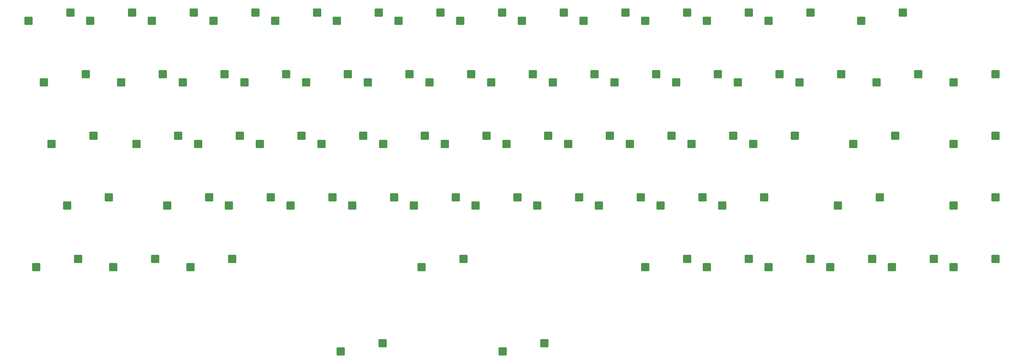
<source format=gbr>
%TF.GenerationSoftware,KiCad,Pcbnew,(6.0.5)*%
%TF.CreationDate,2022-05-31T00:14:22-04:00*%
%TF.ProjectId,pico_keyboard_v1,7069636f-5f6b-4657-9962-6f6172645f76,rev?*%
%TF.SameCoordinates,Original*%
%TF.FileFunction,Paste,Bot*%
%TF.FilePolarity,Positive*%
%FSLAX46Y46*%
G04 Gerber Fmt 4.6, Leading zero omitted, Abs format (unit mm)*
G04 Created by KiCad (PCBNEW (6.0.5)) date 2022-05-31 00:14:22*
%MOMM*%
%LPD*%
G01*
G04 APERTURE LIST*
G04 Aperture macros list*
%AMRoundRect*
0 Rectangle with rounded corners*
0 $1 Rounding radius*
0 $2 $3 $4 $5 $6 $7 $8 $9 X,Y pos of 4 corners*
0 Add a 4 corners polygon primitive as box body*
4,1,4,$2,$3,$4,$5,$6,$7,$8,$9,$2,$3,0*
0 Add four circle primitives for the rounded corners*
1,1,$1+$1,$2,$3*
1,1,$1+$1,$4,$5*
1,1,$1+$1,$6,$7*
1,1,$1+$1,$8,$9*
0 Add four rect primitives between the rounded corners*
20,1,$1+$1,$2,$3,$4,$5,0*
20,1,$1+$1,$4,$5,$6,$7,0*
20,1,$1+$1,$6,$7,$8,$9,0*
20,1,$1+$1,$8,$9,$2,$3,0*%
G04 Aperture macros list end*
%ADD10RoundRect,0.250000X1.025000X1.000000X-1.025000X1.000000X-1.025000X-1.000000X1.025000X-1.000000X0*%
G04 APERTURE END LIST*
D10*
%TO.C,SW8*%
X115435000Y-97385000D03*
X102508000Y-99925000D03*
%TD*%
%TO.C,SW41*%
X239260000Y-78335000D03*
X226333000Y-80875000D03*
%TD*%
%TO.C,SW61*%
X315460000Y-78335000D03*
X302533000Y-80875000D03*
%TD*%
%TO.C,SW57*%
X305935000Y-97385000D03*
X293008000Y-99925000D03*
%TD*%
%TO.C,SW39*%
X234497500Y-116435000D03*
X221570500Y-118975000D03*
%TD*%
%TO.C,SW19*%
X158297499Y-116435000D03*
X145370499Y-118975000D03*
%TD*%
%TO.C,SW18*%
X153535000Y-97385000D03*
X140608000Y-99925000D03*
%TD*%
%TO.C,SW45*%
X277360000Y-154535000D03*
X264433000Y-157075000D03*
%TD*%
%TO.C,SW65*%
X353560000Y-154535000D03*
X340633000Y-157075000D03*
%TD*%
%TO.C,SW60*%
X315460000Y-154535000D03*
X302533000Y-157075000D03*
%TD*%
%TO.C,SW49*%
X282122500Y-135485000D03*
X269195500Y-138025000D03*
%TD*%
%TO.C,SW48*%
X272597500Y-116435000D03*
X259670500Y-118975000D03*
%TD*%
%TO.C,SW7*%
X105910000Y-78335000D03*
X92983000Y-80875000D03*
%TD*%
%TO.C,SW5*%
X98766250Y-135485000D03*
X85839250Y-138025000D03*
%TD*%
%TO.C,SW17*%
X144010000Y-78335000D03*
X131083000Y-80875000D03*
%TD*%
%TO.C,SW66*%
X344035000Y-78335000D03*
X331108000Y-80875000D03*
%TD*%
%TO.C,SW23*%
X172585000Y-97385000D03*
X159658000Y-99925000D03*
%TD*%
%TO.C,SW26*%
X372610000Y-116435000D03*
X359683000Y-118975000D03*
%TD*%
%TO.C,SW32*%
X201159999Y-78335000D03*
X188232999Y-80875000D03*
%TD*%
%TO.C,SW16*%
X136866250Y-154535000D03*
X123939250Y-157075000D03*
%TD*%
%TO.C,SW28*%
X191635000Y-97385000D03*
X178708000Y-99925000D03*
%TD*%
%TO.C,SW53*%
X291647500Y-116435000D03*
X278720500Y-118975000D03*
%TD*%
%TO.C,SW58*%
X310697500Y-116435000D03*
X297770500Y-118975000D03*
%TD*%
%TO.C,SW25*%
X186872500Y-135485000D03*
X173945500Y-138025000D03*
%TD*%
%TO.C,SW51*%
X277360000Y-78335000D03*
X264433000Y-80875000D03*
%TD*%
%TO.C,SW10*%
X129722500Y-135485000D03*
X116795500Y-138025000D03*
%TD*%
%TO.C,SW33*%
X210685000Y-97385000D03*
X197758000Y-99925000D03*
%TD*%
%TO.C,SW21*%
X183303750Y-180535000D03*
X170376750Y-183075000D03*
%TD*%
%TO.C,SW68*%
X372610000Y-97385000D03*
X359683000Y-99925000D03*
%TD*%
%TO.C,SW31*%
X208303750Y-154535000D03*
X195376750Y-157075000D03*
%TD*%
%TO.C,SW42*%
X248785000Y-97385000D03*
X235858000Y-99925000D03*
%TD*%
%TO.C,SW4*%
X94003750Y-116435000D03*
X81076750Y-118975000D03*
%TD*%
%TO.C,SW59*%
X336891250Y-135485000D03*
X323964250Y-138025000D03*
%TD*%
%TO.C,SW15*%
X148772500Y-135485000D03*
X135845500Y-138025000D03*
%TD*%
%TO.C,SW35*%
X224972500Y-135485000D03*
X212045500Y-138025000D03*
%TD*%
%TO.C,SW29*%
X196397499Y-116435000D03*
X183470499Y-118975000D03*
%TD*%
%TO.C,SW43*%
X253547500Y-116435000D03*
X240620500Y-118975000D03*
%TD*%
%TO.C,SW34*%
X215447499Y-116435000D03*
X202520499Y-118975000D03*
%TD*%
%TO.C,SW11*%
X113053750Y-154535000D03*
X100126750Y-157075000D03*
%TD*%
%TO.C,SW2*%
X86860000Y-78335000D03*
X73933000Y-80875000D03*
%TD*%
%TO.C,SW44*%
X263072500Y-135485000D03*
X250145500Y-138025000D03*
%TD*%
%TO.C,SW24*%
X177347499Y-116435000D03*
X164420499Y-118975000D03*
%TD*%
%TO.C,SW54*%
X301172500Y-135485000D03*
X288245500Y-138025000D03*
%TD*%
%TO.C,SW3*%
X91622500Y-97385000D03*
X78695500Y-99925000D03*
%TD*%
%TO.C,SW30*%
X205922500Y-135485000D03*
X192995500Y-138025000D03*
%TD*%
%TO.C,SW22*%
X163060000Y-78335000D03*
X150133000Y-80875000D03*
%TD*%
%TO.C,SW6*%
X89241250Y-154535000D03*
X76314250Y-157075000D03*
%TD*%
%TO.C,SW55*%
X372610000Y-135485000D03*
X359683000Y-138025000D03*
%TD*%
%TO.C,SW9*%
X120197500Y-116435000D03*
X107270500Y-118975000D03*
%TD*%
%TO.C,SW13*%
X134485000Y-97385000D03*
X121558000Y-99925000D03*
%TD*%
%TO.C,SW50*%
X296410000Y-154535000D03*
X283483000Y-157075000D03*
%TD*%
%TO.C,SW14*%
X139247499Y-116435000D03*
X126320499Y-118975000D03*
%TD*%
%TO.C,SW38*%
X229735000Y-97385000D03*
X216808000Y-99925000D03*
%TD*%
%TO.C,SW67*%
X348797500Y-97385000D03*
X335870500Y-99925000D03*
%TD*%
%TO.C,SW64*%
X334510000Y-154535000D03*
X321583000Y-157075000D03*
%TD*%
%TO.C,SW12*%
X124960000Y-78335000D03*
X112033000Y-80875000D03*
%TD*%
%TO.C,SW37*%
X220210000Y-78335000D03*
X207283000Y-80875000D03*
%TD*%
%TO.C,SW36*%
X233303750Y-180535000D03*
X220376750Y-183075000D03*
%TD*%
%TO.C,SW20*%
X167822500Y-135485000D03*
X154895500Y-138025000D03*
%TD*%
%TO.C,SW52*%
X286885000Y-97385000D03*
X273958000Y-99925000D03*
%TD*%
%TO.C,SW69*%
X372610000Y-154535000D03*
X359683000Y-157075000D03*
%TD*%
%TO.C,SW27*%
X182109999Y-78335000D03*
X169182999Y-80875000D03*
%TD*%
%TO.C,SW56*%
X296410000Y-78335000D03*
X283483000Y-80875000D03*
%TD*%
%TO.C,SW40*%
X244022500Y-135485000D03*
X231095500Y-138025000D03*
%TD*%
%TO.C,SW62*%
X324985000Y-97385000D03*
X312058000Y-99925000D03*
%TD*%
%TO.C,SW63*%
X341653750Y-116435000D03*
X328726750Y-118975000D03*
%TD*%
%TO.C,SW47*%
X267835000Y-97385000D03*
X254908000Y-99925000D03*
%TD*%
%TO.C,SW46*%
X258310000Y-78335000D03*
X245383000Y-80875000D03*
%TD*%
M02*

</source>
